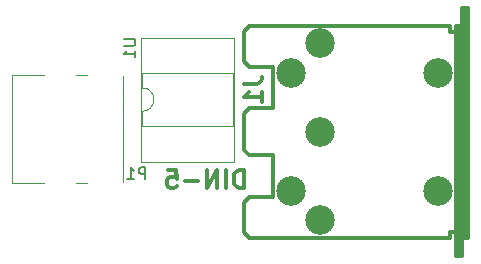
<source format=gbr>
%TF.GenerationSoftware,KiCad,Pcbnew,7.0.10*%
%TF.CreationDate,2024-10-22T16:46:23+13:00*%
%TF.ProjectId,MIDI_To_USB,4d494449-5f54-46f5-9f55-53422e6b6963,rev?*%
%TF.SameCoordinates,Original*%
%TF.FileFunction,Legend,Bot*%
%TF.FilePolarity,Positive*%
%FSLAX46Y46*%
G04 Gerber Fmt 4.6, Leading zero omitted, Abs format (unit mm)*
G04 Created by KiCad (PCBNEW 7.0.10) date 2024-10-22 16:46:23*
%MOMM*%
%LPD*%
G01*
G04 APERTURE LIST*
%ADD10C,0.150000*%
%ADD11C,0.304800*%
%ADD12C,0.120000*%
%ADD13C,2.499360*%
G04 APERTURE END LIST*
D10*
X145196819Y-82296095D02*
X146006342Y-82296095D01*
X146006342Y-82296095D02*
X146101580Y-82343714D01*
X146101580Y-82343714D02*
X146149200Y-82391333D01*
X146149200Y-82391333D02*
X146196819Y-82486571D01*
X146196819Y-82486571D02*
X146196819Y-82677047D01*
X146196819Y-82677047D02*
X146149200Y-82772285D01*
X146149200Y-82772285D02*
X146101580Y-82819904D01*
X146101580Y-82819904D02*
X146006342Y-82867523D01*
X146006342Y-82867523D02*
X145196819Y-82867523D01*
X146196819Y-83867523D02*
X146196819Y-83296095D01*
X146196819Y-83581809D02*
X145196819Y-83581809D01*
X145196819Y-83581809D02*
X145339676Y-83486571D01*
X145339676Y-83486571D02*
X145434914Y-83391333D01*
X145434914Y-83391333D02*
X145482533Y-83296095D01*
X147042094Y-94180819D02*
X147042094Y-93180819D01*
X147042094Y-93180819D02*
X146661142Y-93180819D01*
X146661142Y-93180819D02*
X146565904Y-93228438D01*
X146565904Y-93228438D02*
X146518285Y-93276057D01*
X146518285Y-93276057D02*
X146470666Y-93371295D01*
X146470666Y-93371295D02*
X146470666Y-93514152D01*
X146470666Y-93514152D02*
X146518285Y-93609390D01*
X146518285Y-93609390D02*
X146565904Y-93657009D01*
X146565904Y-93657009D02*
X146661142Y-93704628D01*
X146661142Y-93704628D02*
X147042094Y-93704628D01*
X145518285Y-94180819D02*
X146089713Y-94180819D01*
X145803999Y-94180819D02*
X145803999Y-93180819D01*
X145803999Y-93180819D02*
X145899237Y-93323676D01*
X145899237Y-93323676D02*
X145994475Y-93418914D01*
X145994475Y-93418914D02*
X146089713Y-93466533D01*
D11*
X155375181Y-86105999D02*
X156463752Y-86105999D01*
X156463752Y-86105999D02*
X156681467Y-86033428D01*
X156681467Y-86033428D02*
X156826610Y-85888285D01*
X156826610Y-85888285D02*
X156899181Y-85670571D01*
X156899181Y-85670571D02*
X156899181Y-85525428D01*
X156899181Y-87629999D02*
X156899181Y-86759142D01*
X156899181Y-87194571D02*
X155375181Y-87194571D01*
X155375181Y-87194571D02*
X155592895Y-87049428D01*
X155592895Y-87049428D02*
X155738038Y-86904285D01*
X155738038Y-86904285D02*
X155810610Y-86759142D01*
X155375427Y-94923181D02*
X155375427Y-93399181D01*
X155375427Y-93399181D02*
X155012570Y-93399181D01*
X155012570Y-93399181D02*
X154794856Y-93471752D01*
X154794856Y-93471752D02*
X154649713Y-93616895D01*
X154649713Y-93616895D02*
X154577142Y-93762038D01*
X154577142Y-93762038D02*
X154504570Y-94052324D01*
X154504570Y-94052324D02*
X154504570Y-94270038D01*
X154504570Y-94270038D02*
X154577142Y-94560324D01*
X154577142Y-94560324D02*
X154649713Y-94705467D01*
X154649713Y-94705467D02*
X154794856Y-94850610D01*
X154794856Y-94850610D02*
X155012570Y-94923181D01*
X155012570Y-94923181D02*
X155375427Y-94923181D01*
X153851427Y-94923181D02*
X153851427Y-93399181D01*
X153125713Y-94923181D02*
X153125713Y-93399181D01*
X153125713Y-93399181D02*
X152254856Y-94923181D01*
X152254856Y-94923181D02*
X152254856Y-93399181D01*
X151529142Y-94342610D02*
X150368000Y-94342610D01*
X148916571Y-93399181D02*
X149642285Y-93399181D01*
X149642285Y-93399181D02*
X149714857Y-94124895D01*
X149714857Y-94124895D02*
X149642285Y-94052324D01*
X149642285Y-94052324D02*
X149497143Y-93979752D01*
X149497143Y-93979752D02*
X149134285Y-93979752D01*
X149134285Y-93979752D02*
X148989143Y-94052324D01*
X148989143Y-94052324D02*
X148916571Y-94124895D01*
X148916571Y-94124895D02*
X148844000Y-94270038D01*
X148844000Y-94270038D02*
X148844000Y-94632895D01*
X148844000Y-94632895D02*
X148916571Y-94778038D01*
X148916571Y-94778038D02*
X148989143Y-94850610D01*
X148989143Y-94850610D02*
X149134285Y-94923181D01*
X149134285Y-94923181D02*
X149497143Y-94923181D01*
X149497143Y-94923181D02*
X149642285Y-94850610D01*
X149642285Y-94850610D02*
X149714857Y-94778038D01*
D12*
%TO.C,U1*%
X146742000Y-88435500D02*
G75*
G03*
X146742000Y-86435500I0J1000000D01*
G01*
X146742000Y-86435500D02*
X146742000Y-85185500D01*
X146742000Y-85185500D02*
X154482000Y-85185500D01*
X146682000Y-82185500D02*
X154542000Y-82185500D01*
X154482000Y-85185500D02*
X154482000Y-89685500D01*
X146682000Y-92685500D02*
X146682000Y-82185500D01*
X154482000Y-89685500D02*
X146742000Y-89685500D01*
X146742000Y-89685500D02*
X146742000Y-88435500D01*
X154542000Y-92685500D02*
X146682000Y-92685500D01*
X154542000Y-82185500D02*
X154542000Y-92685500D01*
%TO.C,P1*%
X138487000Y-85321000D02*
X135757000Y-85321000D01*
X145167000Y-94391000D02*
X145167000Y-85441000D01*
X135757000Y-94511000D02*
X135757000Y-85321000D01*
X142087000Y-94511000D02*
X141187000Y-94511000D01*
X138487000Y-94511000D02*
X135757000Y-94511000D01*
X142087000Y-85321000D02*
X141187000Y-85321000D01*
D11*
%TO.C,J1*%
X173344840Y-100670360D02*
X173845220Y-100670360D01*
X174345600Y-79669640D02*
X173845220Y-79669640D01*
X172847000Y-81671160D02*
X173344840Y-81671160D01*
X173344840Y-98668840D02*
X172847000Y-98668840D01*
X172847000Y-81170780D02*
X172847000Y-81671160D01*
X172847000Y-99169220D02*
X172847000Y-98668840D01*
X173344840Y-81170780D02*
X173344840Y-100670360D01*
X173845220Y-81170780D02*
X173344840Y-81170780D01*
X173845220Y-79669640D02*
X173845220Y-81170780D01*
X174345600Y-99169220D02*
X174345600Y-79669640D01*
X173845220Y-99169220D02*
X174345600Y-99169220D01*
X173845220Y-100670360D02*
X173845220Y-99169220D01*
X155846780Y-92168980D02*
X157845760Y-92168980D01*
X155346400Y-91671140D02*
X155846780Y-92168980D01*
X155346400Y-88668860D02*
X155346400Y-91671140D01*
X155846780Y-88171020D02*
X157845760Y-88171020D01*
X155346400Y-88668860D02*
X155846780Y-88171020D01*
X157845760Y-95669100D02*
X157845760Y-92168980D01*
X155846780Y-95669100D02*
X157845760Y-95669100D01*
X155346400Y-96169480D02*
X155846780Y-95669100D01*
X155346400Y-96669860D02*
X155346400Y-96169480D01*
X155346400Y-98668840D02*
X155346400Y-96669860D01*
X155846780Y-99169220D02*
X155346400Y-98668840D01*
X155846780Y-99169220D02*
X172847000Y-99169220D01*
X157845760Y-84670900D02*
X157845760Y-88171020D01*
X155846780Y-84670900D02*
X157845760Y-84670900D01*
X155346400Y-84170520D02*
X155846780Y-84670900D01*
X155346400Y-81671160D02*
X155346400Y-84170520D01*
X155846780Y-81170780D02*
X155346400Y-81671160D01*
X155846780Y-81170780D02*
X172847000Y-81170780D01*
X174096680Y-79669640D02*
X174096680Y-99169220D01*
X173845220Y-99169220D02*
X173845220Y-81170780D01*
X173596300Y-81170780D02*
X173596300Y-100670360D01*
%TD*%
D13*
%TO.C,J1*%
X171843700Y-85168740D03*
X171843700Y-95171260D03*
X159346900Y-85173820D03*
X161848800Y-97668080D03*
X161846260Y-90170000D03*
X159346900Y-95166180D03*
X161848800Y-82671920D03*
%TD*%
M02*

</source>
